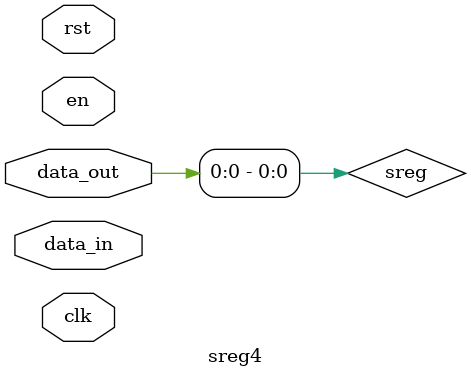
<source format=sv>
module sreg4(
    input logic       clk,
    input logic       rst,
    input logic       data_in,
    input logic       data_out,
    input logic       en
);

      logic [3:0]     sreg;

      always_ff @ (posedge clk)
          if ((rst) || (simcyc <2))
              sreg <= 4'b0;
          else if(en == 1) begin
              sreg <= {sreg[2:0], data_in};
          end
      assign data_out = sreg[3:0];
endmodule


</source>
